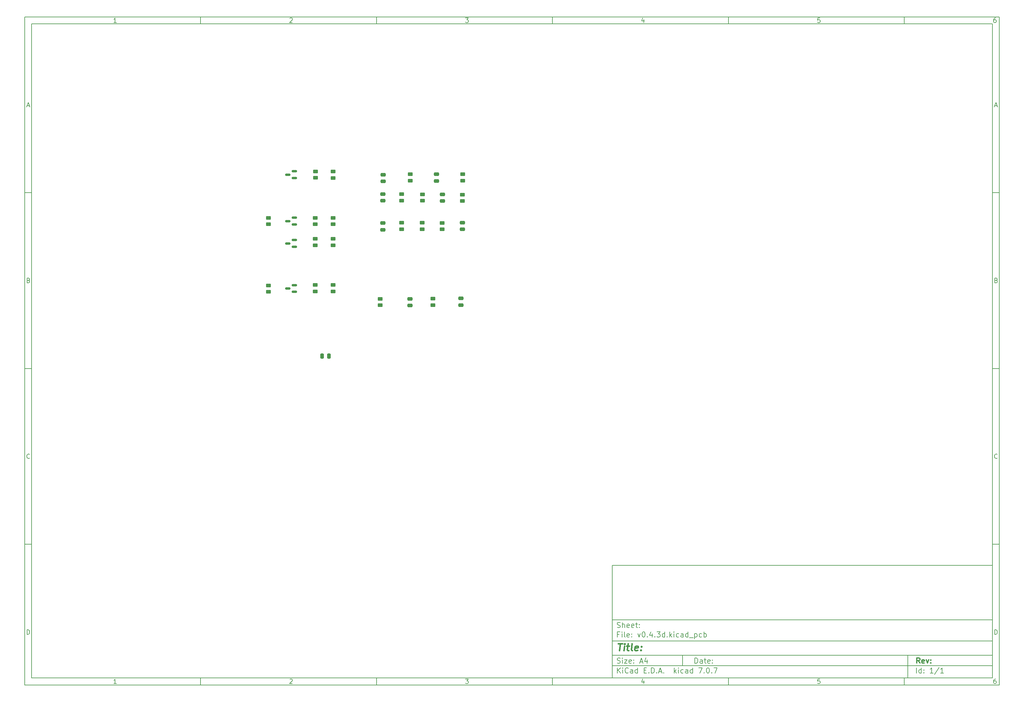
<source format=gbr>
%TF.GenerationSoftware,KiCad,Pcbnew,7.0.7*%
%TF.CreationDate,2024-10-02T11:43:54-03:00*%
%TF.ProjectId,v0.4.3d,76302e34-2e33-4642-9e6b-696361645f70,rev?*%
%TF.SameCoordinates,Original*%
%TF.FileFunction,Paste,Bot*%
%TF.FilePolarity,Positive*%
%FSLAX46Y46*%
G04 Gerber Fmt 4.6, Leading zero omitted, Abs format (unit mm)*
G04 Created by KiCad (PCBNEW 7.0.7) date 2024-10-02 11:43:54*
%MOMM*%
%LPD*%
G01*
G04 APERTURE LIST*
G04 Aperture macros list*
%AMRoundRect*
0 Rectangle with rounded corners*
0 $1 Rounding radius*
0 $2 $3 $4 $5 $6 $7 $8 $9 X,Y pos of 4 corners*
0 Add a 4 corners polygon primitive as box body*
4,1,4,$2,$3,$4,$5,$6,$7,$8,$9,$2,$3,0*
0 Add four circle primitives for the rounded corners*
1,1,$1+$1,$2,$3*
1,1,$1+$1,$4,$5*
1,1,$1+$1,$6,$7*
1,1,$1+$1,$8,$9*
0 Add four rect primitives between the rounded corners*
20,1,$1+$1,$2,$3,$4,$5,0*
20,1,$1+$1,$4,$5,$6,$7,0*
20,1,$1+$1,$6,$7,$8,$9,0*
20,1,$1+$1,$8,$9,$2,$3,0*%
G04 Aperture macros list end*
%ADD10C,0.100000*%
%ADD11C,0.150000*%
%ADD12C,0.300000*%
%ADD13C,0.400000*%
%ADD14RoundRect,0.250000X-0.450000X0.262500X-0.450000X-0.262500X0.450000X-0.262500X0.450000X0.262500X0*%
%ADD15RoundRect,0.250000X0.450000X-0.262500X0.450000X0.262500X-0.450000X0.262500X-0.450000X-0.262500X0*%
%ADD16RoundRect,0.150000X0.587500X0.150000X-0.587500X0.150000X-0.587500X-0.150000X0.587500X-0.150000X0*%
%ADD17RoundRect,0.250000X-0.475000X0.250000X-0.475000X-0.250000X0.475000X-0.250000X0.475000X0.250000X0*%
%ADD18RoundRect,0.250000X0.475000X-0.250000X0.475000X0.250000X-0.475000X0.250000X-0.475000X-0.250000X0*%
%ADD19RoundRect,0.250000X0.250000X0.475000X-0.250000X0.475000X-0.250000X-0.475000X0.250000X-0.475000X0*%
G04 APERTURE END LIST*
D10*
D11*
X177002200Y-166007200D02*
X285002200Y-166007200D01*
X285002200Y-198007200D01*
X177002200Y-198007200D01*
X177002200Y-166007200D01*
D10*
D11*
X10000000Y-10000000D02*
X287002200Y-10000000D01*
X287002200Y-200007200D01*
X10000000Y-200007200D01*
X10000000Y-10000000D01*
D10*
D11*
X12000000Y-12000000D02*
X285002200Y-12000000D01*
X285002200Y-198007200D01*
X12000000Y-198007200D01*
X12000000Y-12000000D01*
D10*
D11*
X60000000Y-12000000D02*
X60000000Y-10000000D01*
D10*
D11*
X110000000Y-12000000D02*
X110000000Y-10000000D01*
D10*
D11*
X160000000Y-12000000D02*
X160000000Y-10000000D01*
D10*
D11*
X210000000Y-12000000D02*
X210000000Y-10000000D01*
D10*
D11*
X260000000Y-12000000D02*
X260000000Y-10000000D01*
D10*
D11*
X36089160Y-11593604D02*
X35346303Y-11593604D01*
X35717731Y-11593604D02*
X35717731Y-10293604D01*
X35717731Y-10293604D02*
X35593922Y-10479319D01*
X35593922Y-10479319D02*
X35470112Y-10603128D01*
X35470112Y-10603128D02*
X35346303Y-10665033D01*
D10*
D11*
X85346303Y-10417414D02*
X85408207Y-10355509D01*
X85408207Y-10355509D02*
X85532017Y-10293604D01*
X85532017Y-10293604D02*
X85841541Y-10293604D01*
X85841541Y-10293604D02*
X85965350Y-10355509D01*
X85965350Y-10355509D02*
X86027255Y-10417414D01*
X86027255Y-10417414D02*
X86089160Y-10541223D01*
X86089160Y-10541223D02*
X86089160Y-10665033D01*
X86089160Y-10665033D02*
X86027255Y-10850747D01*
X86027255Y-10850747D02*
X85284398Y-11593604D01*
X85284398Y-11593604D02*
X86089160Y-11593604D01*
D10*
D11*
X135284398Y-10293604D02*
X136089160Y-10293604D01*
X136089160Y-10293604D02*
X135655826Y-10788842D01*
X135655826Y-10788842D02*
X135841541Y-10788842D01*
X135841541Y-10788842D02*
X135965350Y-10850747D01*
X135965350Y-10850747D02*
X136027255Y-10912652D01*
X136027255Y-10912652D02*
X136089160Y-11036461D01*
X136089160Y-11036461D02*
X136089160Y-11345985D01*
X136089160Y-11345985D02*
X136027255Y-11469795D01*
X136027255Y-11469795D02*
X135965350Y-11531700D01*
X135965350Y-11531700D02*
X135841541Y-11593604D01*
X135841541Y-11593604D02*
X135470112Y-11593604D01*
X135470112Y-11593604D02*
X135346303Y-11531700D01*
X135346303Y-11531700D02*
X135284398Y-11469795D01*
D10*
D11*
X185965350Y-10726938D02*
X185965350Y-11593604D01*
X185655826Y-10231700D02*
X185346303Y-11160271D01*
X185346303Y-11160271D02*
X186151064Y-11160271D01*
D10*
D11*
X236027255Y-10293604D02*
X235408207Y-10293604D01*
X235408207Y-10293604D02*
X235346303Y-10912652D01*
X235346303Y-10912652D02*
X235408207Y-10850747D01*
X235408207Y-10850747D02*
X235532017Y-10788842D01*
X235532017Y-10788842D02*
X235841541Y-10788842D01*
X235841541Y-10788842D02*
X235965350Y-10850747D01*
X235965350Y-10850747D02*
X236027255Y-10912652D01*
X236027255Y-10912652D02*
X236089160Y-11036461D01*
X236089160Y-11036461D02*
X236089160Y-11345985D01*
X236089160Y-11345985D02*
X236027255Y-11469795D01*
X236027255Y-11469795D02*
X235965350Y-11531700D01*
X235965350Y-11531700D02*
X235841541Y-11593604D01*
X235841541Y-11593604D02*
X235532017Y-11593604D01*
X235532017Y-11593604D02*
X235408207Y-11531700D01*
X235408207Y-11531700D02*
X235346303Y-11469795D01*
D10*
D11*
X285965350Y-10293604D02*
X285717731Y-10293604D01*
X285717731Y-10293604D02*
X285593922Y-10355509D01*
X285593922Y-10355509D02*
X285532017Y-10417414D01*
X285532017Y-10417414D02*
X285408207Y-10603128D01*
X285408207Y-10603128D02*
X285346303Y-10850747D01*
X285346303Y-10850747D02*
X285346303Y-11345985D01*
X285346303Y-11345985D02*
X285408207Y-11469795D01*
X285408207Y-11469795D02*
X285470112Y-11531700D01*
X285470112Y-11531700D02*
X285593922Y-11593604D01*
X285593922Y-11593604D02*
X285841541Y-11593604D01*
X285841541Y-11593604D02*
X285965350Y-11531700D01*
X285965350Y-11531700D02*
X286027255Y-11469795D01*
X286027255Y-11469795D02*
X286089160Y-11345985D01*
X286089160Y-11345985D02*
X286089160Y-11036461D01*
X286089160Y-11036461D02*
X286027255Y-10912652D01*
X286027255Y-10912652D02*
X285965350Y-10850747D01*
X285965350Y-10850747D02*
X285841541Y-10788842D01*
X285841541Y-10788842D02*
X285593922Y-10788842D01*
X285593922Y-10788842D02*
X285470112Y-10850747D01*
X285470112Y-10850747D02*
X285408207Y-10912652D01*
X285408207Y-10912652D02*
X285346303Y-11036461D01*
D10*
D11*
X60000000Y-198007200D02*
X60000000Y-200007200D01*
D10*
D11*
X110000000Y-198007200D02*
X110000000Y-200007200D01*
D10*
D11*
X160000000Y-198007200D02*
X160000000Y-200007200D01*
D10*
D11*
X210000000Y-198007200D02*
X210000000Y-200007200D01*
D10*
D11*
X260000000Y-198007200D02*
X260000000Y-200007200D01*
D10*
D11*
X36089160Y-199600804D02*
X35346303Y-199600804D01*
X35717731Y-199600804D02*
X35717731Y-198300804D01*
X35717731Y-198300804D02*
X35593922Y-198486519D01*
X35593922Y-198486519D02*
X35470112Y-198610328D01*
X35470112Y-198610328D02*
X35346303Y-198672233D01*
D10*
D11*
X85346303Y-198424614D02*
X85408207Y-198362709D01*
X85408207Y-198362709D02*
X85532017Y-198300804D01*
X85532017Y-198300804D02*
X85841541Y-198300804D01*
X85841541Y-198300804D02*
X85965350Y-198362709D01*
X85965350Y-198362709D02*
X86027255Y-198424614D01*
X86027255Y-198424614D02*
X86089160Y-198548423D01*
X86089160Y-198548423D02*
X86089160Y-198672233D01*
X86089160Y-198672233D02*
X86027255Y-198857947D01*
X86027255Y-198857947D02*
X85284398Y-199600804D01*
X85284398Y-199600804D02*
X86089160Y-199600804D01*
D10*
D11*
X135284398Y-198300804D02*
X136089160Y-198300804D01*
X136089160Y-198300804D02*
X135655826Y-198796042D01*
X135655826Y-198796042D02*
X135841541Y-198796042D01*
X135841541Y-198796042D02*
X135965350Y-198857947D01*
X135965350Y-198857947D02*
X136027255Y-198919852D01*
X136027255Y-198919852D02*
X136089160Y-199043661D01*
X136089160Y-199043661D02*
X136089160Y-199353185D01*
X136089160Y-199353185D02*
X136027255Y-199476995D01*
X136027255Y-199476995D02*
X135965350Y-199538900D01*
X135965350Y-199538900D02*
X135841541Y-199600804D01*
X135841541Y-199600804D02*
X135470112Y-199600804D01*
X135470112Y-199600804D02*
X135346303Y-199538900D01*
X135346303Y-199538900D02*
X135284398Y-199476995D01*
D10*
D11*
X185965350Y-198734138D02*
X185965350Y-199600804D01*
X185655826Y-198238900D02*
X185346303Y-199167471D01*
X185346303Y-199167471D02*
X186151064Y-199167471D01*
D10*
D11*
X236027255Y-198300804D02*
X235408207Y-198300804D01*
X235408207Y-198300804D02*
X235346303Y-198919852D01*
X235346303Y-198919852D02*
X235408207Y-198857947D01*
X235408207Y-198857947D02*
X235532017Y-198796042D01*
X235532017Y-198796042D02*
X235841541Y-198796042D01*
X235841541Y-198796042D02*
X235965350Y-198857947D01*
X235965350Y-198857947D02*
X236027255Y-198919852D01*
X236027255Y-198919852D02*
X236089160Y-199043661D01*
X236089160Y-199043661D02*
X236089160Y-199353185D01*
X236089160Y-199353185D02*
X236027255Y-199476995D01*
X236027255Y-199476995D02*
X235965350Y-199538900D01*
X235965350Y-199538900D02*
X235841541Y-199600804D01*
X235841541Y-199600804D02*
X235532017Y-199600804D01*
X235532017Y-199600804D02*
X235408207Y-199538900D01*
X235408207Y-199538900D02*
X235346303Y-199476995D01*
D10*
D11*
X285965350Y-198300804D02*
X285717731Y-198300804D01*
X285717731Y-198300804D02*
X285593922Y-198362709D01*
X285593922Y-198362709D02*
X285532017Y-198424614D01*
X285532017Y-198424614D02*
X285408207Y-198610328D01*
X285408207Y-198610328D02*
X285346303Y-198857947D01*
X285346303Y-198857947D02*
X285346303Y-199353185D01*
X285346303Y-199353185D02*
X285408207Y-199476995D01*
X285408207Y-199476995D02*
X285470112Y-199538900D01*
X285470112Y-199538900D02*
X285593922Y-199600804D01*
X285593922Y-199600804D02*
X285841541Y-199600804D01*
X285841541Y-199600804D02*
X285965350Y-199538900D01*
X285965350Y-199538900D02*
X286027255Y-199476995D01*
X286027255Y-199476995D02*
X286089160Y-199353185D01*
X286089160Y-199353185D02*
X286089160Y-199043661D01*
X286089160Y-199043661D02*
X286027255Y-198919852D01*
X286027255Y-198919852D02*
X285965350Y-198857947D01*
X285965350Y-198857947D02*
X285841541Y-198796042D01*
X285841541Y-198796042D02*
X285593922Y-198796042D01*
X285593922Y-198796042D02*
X285470112Y-198857947D01*
X285470112Y-198857947D02*
X285408207Y-198919852D01*
X285408207Y-198919852D02*
X285346303Y-199043661D01*
D10*
D11*
X10000000Y-60000000D02*
X12000000Y-60000000D01*
D10*
D11*
X10000000Y-110000000D02*
X12000000Y-110000000D01*
D10*
D11*
X10000000Y-160000000D02*
X12000000Y-160000000D01*
D10*
D11*
X10690476Y-35222176D02*
X11309523Y-35222176D01*
X10566666Y-35593604D02*
X10999999Y-34293604D01*
X10999999Y-34293604D02*
X11433333Y-35593604D01*
D10*
D11*
X11092857Y-84912652D02*
X11278571Y-84974557D01*
X11278571Y-84974557D02*
X11340476Y-85036461D01*
X11340476Y-85036461D02*
X11402380Y-85160271D01*
X11402380Y-85160271D02*
X11402380Y-85345985D01*
X11402380Y-85345985D02*
X11340476Y-85469795D01*
X11340476Y-85469795D02*
X11278571Y-85531700D01*
X11278571Y-85531700D02*
X11154761Y-85593604D01*
X11154761Y-85593604D02*
X10659523Y-85593604D01*
X10659523Y-85593604D02*
X10659523Y-84293604D01*
X10659523Y-84293604D02*
X11092857Y-84293604D01*
X11092857Y-84293604D02*
X11216666Y-84355509D01*
X11216666Y-84355509D02*
X11278571Y-84417414D01*
X11278571Y-84417414D02*
X11340476Y-84541223D01*
X11340476Y-84541223D02*
X11340476Y-84665033D01*
X11340476Y-84665033D02*
X11278571Y-84788842D01*
X11278571Y-84788842D02*
X11216666Y-84850747D01*
X11216666Y-84850747D02*
X11092857Y-84912652D01*
X11092857Y-84912652D02*
X10659523Y-84912652D01*
D10*
D11*
X11402380Y-135469795D02*
X11340476Y-135531700D01*
X11340476Y-135531700D02*
X11154761Y-135593604D01*
X11154761Y-135593604D02*
X11030952Y-135593604D01*
X11030952Y-135593604D02*
X10845238Y-135531700D01*
X10845238Y-135531700D02*
X10721428Y-135407890D01*
X10721428Y-135407890D02*
X10659523Y-135284080D01*
X10659523Y-135284080D02*
X10597619Y-135036461D01*
X10597619Y-135036461D02*
X10597619Y-134850747D01*
X10597619Y-134850747D02*
X10659523Y-134603128D01*
X10659523Y-134603128D02*
X10721428Y-134479319D01*
X10721428Y-134479319D02*
X10845238Y-134355509D01*
X10845238Y-134355509D02*
X11030952Y-134293604D01*
X11030952Y-134293604D02*
X11154761Y-134293604D01*
X11154761Y-134293604D02*
X11340476Y-134355509D01*
X11340476Y-134355509D02*
X11402380Y-134417414D01*
D10*
D11*
X10659523Y-185593604D02*
X10659523Y-184293604D01*
X10659523Y-184293604D02*
X10969047Y-184293604D01*
X10969047Y-184293604D02*
X11154761Y-184355509D01*
X11154761Y-184355509D02*
X11278571Y-184479319D01*
X11278571Y-184479319D02*
X11340476Y-184603128D01*
X11340476Y-184603128D02*
X11402380Y-184850747D01*
X11402380Y-184850747D02*
X11402380Y-185036461D01*
X11402380Y-185036461D02*
X11340476Y-185284080D01*
X11340476Y-185284080D02*
X11278571Y-185407890D01*
X11278571Y-185407890D02*
X11154761Y-185531700D01*
X11154761Y-185531700D02*
X10969047Y-185593604D01*
X10969047Y-185593604D02*
X10659523Y-185593604D01*
D10*
D11*
X287002200Y-60000000D02*
X285002200Y-60000000D01*
D10*
D11*
X287002200Y-110000000D02*
X285002200Y-110000000D01*
D10*
D11*
X287002200Y-160000000D02*
X285002200Y-160000000D01*
D10*
D11*
X285692676Y-35222176D02*
X286311723Y-35222176D01*
X285568866Y-35593604D02*
X286002199Y-34293604D01*
X286002199Y-34293604D02*
X286435533Y-35593604D01*
D10*
D11*
X286095057Y-84912652D02*
X286280771Y-84974557D01*
X286280771Y-84974557D02*
X286342676Y-85036461D01*
X286342676Y-85036461D02*
X286404580Y-85160271D01*
X286404580Y-85160271D02*
X286404580Y-85345985D01*
X286404580Y-85345985D02*
X286342676Y-85469795D01*
X286342676Y-85469795D02*
X286280771Y-85531700D01*
X286280771Y-85531700D02*
X286156961Y-85593604D01*
X286156961Y-85593604D02*
X285661723Y-85593604D01*
X285661723Y-85593604D02*
X285661723Y-84293604D01*
X285661723Y-84293604D02*
X286095057Y-84293604D01*
X286095057Y-84293604D02*
X286218866Y-84355509D01*
X286218866Y-84355509D02*
X286280771Y-84417414D01*
X286280771Y-84417414D02*
X286342676Y-84541223D01*
X286342676Y-84541223D02*
X286342676Y-84665033D01*
X286342676Y-84665033D02*
X286280771Y-84788842D01*
X286280771Y-84788842D02*
X286218866Y-84850747D01*
X286218866Y-84850747D02*
X286095057Y-84912652D01*
X286095057Y-84912652D02*
X285661723Y-84912652D01*
D10*
D11*
X286404580Y-135469795D02*
X286342676Y-135531700D01*
X286342676Y-135531700D02*
X286156961Y-135593604D01*
X286156961Y-135593604D02*
X286033152Y-135593604D01*
X286033152Y-135593604D02*
X285847438Y-135531700D01*
X285847438Y-135531700D02*
X285723628Y-135407890D01*
X285723628Y-135407890D02*
X285661723Y-135284080D01*
X285661723Y-135284080D02*
X285599819Y-135036461D01*
X285599819Y-135036461D02*
X285599819Y-134850747D01*
X285599819Y-134850747D02*
X285661723Y-134603128D01*
X285661723Y-134603128D02*
X285723628Y-134479319D01*
X285723628Y-134479319D02*
X285847438Y-134355509D01*
X285847438Y-134355509D02*
X286033152Y-134293604D01*
X286033152Y-134293604D02*
X286156961Y-134293604D01*
X286156961Y-134293604D02*
X286342676Y-134355509D01*
X286342676Y-134355509D02*
X286404580Y-134417414D01*
D10*
D11*
X285661723Y-185593604D02*
X285661723Y-184293604D01*
X285661723Y-184293604D02*
X285971247Y-184293604D01*
X285971247Y-184293604D02*
X286156961Y-184355509D01*
X286156961Y-184355509D02*
X286280771Y-184479319D01*
X286280771Y-184479319D02*
X286342676Y-184603128D01*
X286342676Y-184603128D02*
X286404580Y-184850747D01*
X286404580Y-184850747D02*
X286404580Y-185036461D01*
X286404580Y-185036461D02*
X286342676Y-185284080D01*
X286342676Y-185284080D02*
X286280771Y-185407890D01*
X286280771Y-185407890D02*
X286156961Y-185531700D01*
X286156961Y-185531700D02*
X285971247Y-185593604D01*
X285971247Y-185593604D02*
X285661723Y-185593604D01*
D10*
D11*
X200458026Y-193793328D02*
X200458026Y-192293328D01*
X200458026Y-192293328D02*
X200815169Y-192293328D01*
X200815169Y-192293328D02*
X201029455Y-192364757D01*
X201029455Y-192364757D02*
X201172312Y-192507614D01*
X201172312Y-192507614D02*
X201243741Y-192650471D01*
X201243741Y-192650471D02*
X201315169Y-192936185D01*
X201315169Y-192936185D02*
X201315169Y-193150471D01*
X201315169Y-193150471D02*
X201243741Y-193436185D01*
X201243741Y-193436185D02*
X201172312Y-193579042D01*
X201172312Y-193579042D02*
X201029455Y-193721900D01*
X201029455Y-193721900D02*
X200815169Y-193793328D01*
X200815169Y-193793328D02*
X200458026Y-193793328D01*
X202600884Y-193793328D02*
X202600884Y-193007614D01*
X202600884Y-193007614D02*
X202529455Y-192864757D01*
X202529455Y-192864757D02*
X202386598Y-192793328D01*
X202386598Y-192793328D02*
X202100884Y-192793328D01*
X202100884Y-192793328D02*
X201958026Y-192864757D01*
X202600884Y-193721900D02*
X202458026Y-193793328D01*
X202458026Y-193793328D02*
X202100884Y-193793328D01*
X202100884Y-193793328D02*
X201958026Y-193721900D01*
X201958026Y-193721900D02*
X201886598Y-193579042D01*
X201886598Y-193579042D02*
X201886598Y-193436185D01*
X201886598Y-193436185D02*
X201958026Y-193293328D01*
X201958026Y-193293328D02*
X202100884Y-193221900D01*
X202100884Y-193221900D02*
X202458026Y-193221900D01*
X202458026Y-193221900D02*
X202600884Y-193150471D01*
X203100884Y-192793328D02*
X203672312Y-192793328D01*
X203315169Y-192293328D02*
X203315169Y-193579042D01*
X203315169Y-193579042D02*
X203386598Y-193721900D01*
X203386598Y-193721900D02*
X203529455Y-193793328D01*
X203529455Y-193793328D02*
X203672312Y-193793328D01*
X204743741Y-193721900D02*
X204600884Y-193793328D01*
X204600884Y-193793328D02*
X204315170Y-193793328D01*
X204315170Y-193793328D02*
X204172312Y-193721900D01*
X204172312Y-193721900D02*
X204100884Y-193579042D01*
X204100884Y-193579042D02*
X204100884Y-193007614D01*
X204100884Y-193007614D02*
X204172312Y-192864757D01*
X204172312Y-192864757D02*
X204315170Y-192793328D01*
X204315170Y-192793328D02*
X204600884Y-192793328D01*
X204600884Y-192793328D02*
X204743741Y-192864757D01*
X204743741Y-192864757D02*
X204815170Y-193007614D01*
X204815170Y-193007614D02*
X204815170Y-193150471D01*
X204815170Y-193150471D02*
X204100884Y-193293328D01*
X205458026Y-193650471D02*
X205529455Y-193721900D01*
X205529455Y-193721900D02*
X205458026Y-193793328D01*
X205458026Y-193793328D02*
X205386598Y-193721900D01*
X205386598Y-193721900D02*
X205458026Y-193650471D01*
X205458026Y-193650471D02*
X205458026Y-193793328D01*
X205458026Y-192864757D02*
X205529455Y-192936185D01*
X205529455Y-192936185D02*
X205458026Y-193007614D01*
X205458026Y-193007614D02*
X205386598Y-192936185D01*
X205386598Y-192936185D02*
X205458026Y-192864757D01*
X205458026Y-192864757D02*
X205458026Y-193007614D01*
D10*
D11*
X177002200Y-194507200D02*
X285002200Y-194507200D01*
D10*
D11*
X178458026Y-196593328D02*
X178458026Y-195093328D01*
X179315169Y-196593328D02*
X178672312Y-195736185D01*
X179315169Y-195093328D02*
X178458026Y-195950471D01*
X179958026Y-196593328D02*
X179958026Y-195593328D01*
X179958026Y-195093328D02*
X179886598Y-195164757D01*
X179886598Y-195164757D02*
X179958026Y-195236185D01*
X179958026Y-195236185D02*
X180029455Y-195164757D01*
X180029455Y-195164757D02*
X179958026Y-195093328D01*
X179958026Y-195093328D02*
X179958026Y-195236185D01*
X181529455Y-196450471D02*
X181458027Y-196521900D01*
X181458027Y-196521900D02*
X181243741Y-196593328D01*
X181243741Y-196593328D02*
X181100884Y-196593328D01*
X181100884Y-196593328D02*
X180886598Y-196521900D01*
X180886598Y-196521900D02*
X180743741Y-196379042D01*
X180743741Y-196379042D02*
X180672312Y-196236185D01*
X180672312Y-196236185D02*
X180600884Y-195950471D01*
X180600884Y-195950471D02*
X180600884Y-195736185D01*
X180600884Y-195736185D02*
X180672312Y-195450471D01*
X180672312Y-195450471D02*
X180743741Y-195307614D01*
X180743741Y-195307614D02*
X180886598Y-195164757D01*
X180886598Y-195164757D02*
X181100884Y-195093328D01*
X181100884Y-195093328D02*
X181243741Y-195093328D01*
X181243741Y-195093328D02*
X181458027Y-195164757D01*
X181458027Y-195164757D02*
X181529455Y-195236185D01*
X182815170Y-196593328D02*
X182815170Y-195807614D01*
X182815170Y-195807614D02*
X182743741Y-195664757D01*
X182743741Y-195664757D02*
X182600884Y-195593328D01*
X182600884Y-195593328D02*
X182315170Y-195593328D01*
X182315170Y-195593328D02*
X182172312Y-195664757D01*
X182815170Y-196521900D02*
X182672312Y-196593328D01*
X182672312Y-196593328D02*
X182315170Y-196593328D01*
X182315170Y-196593328D02*
X182172312Y-196521900D01*
X182172312Y-196521900D02*
X182100884Y-196379042D01*
X182100884Y-196379042D02*
X182100884Y-196236185D01*
X182100884Y-196236185D02*
X182172312Y-196093328D01*
X182172312Y-196093328D02*
X182315170Y-196021900D01*
X182315170Y-196021900D02*
X182672312Y-196021900D01*
X182672312Y-196021900D02*
X182815170Y-195950471D01*
X184172313Y-196593328D02*
X184172313Y-195093328D01*
X184172313Y-196521900D02*
X184029455Y-196593328D01*
X184029455Y-196593328D02*
X183743741Y-196593328D01*
X183743741Y-196593328D02*
X183600884Y-196521900D01*
X183600884Y-196521900D02*
X183529455Y-196450471D01*
X183529455Y-196450471D02*
X183458027Y-196307614D01*
X183458027Y-196307614D02*
X183458027Y-195879042D01*
X183458027Y-195879042D02*
X183529455Y-195736185D01*
X183529455Y-195736185D02*
X183600884Y-195664757D01*
X183600884Y-195664757D02*
X183743741Y-195593328D01*
X183743741Y-195593328D02*
X184029455Y-195593328D01*
X184029455Y-195593328D02*
X184172313Y-195664757D01*
X186029455Y-195807614D02*
X186529455Y-195807614D01*
X186743741Y-196593328D02*
X186029455Y-196593328D01*
X186029455Y-196593328D02*
X186029455Y-195093328D01*
X186029455Y-195093328D02*
X186743741Y-195093328D01*
X187386598Y-196450471D02*
X187458027Y-196521900D01*
X187458027Y-196521900D02*
X187386598Y-196593328D01*
X187386598Y-196593328D02*
X187315170Y-196521900D01*
X187315170Y-196521900D02*
X187386598Y-196450471D01*
X187386598Y-196450471D02*
X187386598Y-196593328D01*
X188100884Y-196593328D02*
X188100884Y-195093328D01*
X188100884Y-195093328D02*
X188458027Y-195093328D01*
X188458027Y-195093328D02*
X188672313Y-195164757D01*
X188672313Y-195164757D02*
X188815170Y-195307614D01*
X188815170Y-195307614D02*
X188886599Y-195450471D01*
X188886599Y-195450471D02*
X188958027Y-195736185D01*
X188958027Y-195736185D02*
X188958027Y-195950471D01*
X188958027Y-195950471D02*
X188886599Y-196236185D01*
X188886599Y-196236185D02*
X188815170Y-196379042D01*
X188815170Y-196379042D02*
X188672313Y-196521900D01*
X188672313Y-196521900D02*
X188458027Y-196593328D01*
X188458027Y-196593328D02*
X188100884Y-196593328D01*
X189600884Y-196450471D02*
X189672313Y-196521900D01*
X189672313Y-196521900D02*
X189600884Y-196593328D01*
X189600884Y-196593328D02*
X189529456Y-196521900D01*
X189529456Y-196521900D02*
X189600884Y-196450471D01*
X189600884Y-196450471D02*
X189600884Y-196593328D01*
X190243742Y-196164757D02*
X190958028Y-196164757D01*
X190100885Y-196593328D02*
X190600885Y-195093328D01*
X190600885Y-195093328D02*
X191100885Y-196593328D01*
X191600884Y-196450471D02*
X191672313Y-196521900D01*
X191672313Y-196521900D02*
X191600884Y-196593328D01*
X191600884Y-196593328D02*
X191529456Y-196521900D01*
X191529456Y-196521900D02*
X191600884Y-196450471D01*
X191600884Y-196450471D02*
X191600884Y-196593328D01*
X194600884Y-196593328D02*
X194600884Y-195093328D01*
X194743742Y-196021900D02*
X195172313Y-196593328D01*
X195172313Y-195593328D02*
X194600884Y-196164757D01*
X195815170Y-196593328D02*
X195815170Y-195593328D01*
X195815170Y-195093328D02*
X195743742Y-195164757D01*
X195743742Y-195164757D02*
X195815170Y-195236185D01*
X195815170Y-195236185D02*
X195886599Y-195164757D01*
X195886599Y-195164757D02*
X195815170Y-195093328D01*
X195815170Y-195093328D02*
X195815170Y-195236185D01*
X197172314Y-196521900D02*
X197029456Y-196593328D01*
X197029456Y-196593328D02*
X196743742Y-196593328D01*
X196743742Y-196593328D02*
X196600885Y-196521900D01*
X196600885Y-196521900D02*
X196529456Y-196450471D01*
X196529456Y-196450471D02*
X196458028Y-196307614D01*
X196458028Y-196307614D02*
X196458028Y-195879042D01*
X196458028Y-195879042D02*
X196529456Y-195736185D01*
X196529456Y-195736185D02*
X196600885Y-195664757D01*
X196600885Y-195664757D02*
X196743742Y-195593328D01*
X196743742Y-195593328D02*
X197029456Y-195593328D01*
X197029456Y-195593328D02*
X197172314Y-195664757D01*
X198458028Y-196593328D02*
X198458028Y-195807614D01*
X198458028Y-195807614D02*
X198386599Y-195664757D01*
X198386599Y-195664757D02*
X198243742Y-195593328D01*
X198243742Y-195593328D02*
X197958028Y-195593328D01*
X197958028Y-195593328D02*
X197815170Y-195664757D01*
X198458028Y-196521900D02*
X198315170Y-196593328D01*
X198315170Y-196593328D02*
X197958028Y-196593328D01*
X197958028Y-196593328D02*
X197815170Y-196521900D01*
X197815170Y-196521900D02*
X197743742Y-196379042D01*
X197743742Y-196379042D02*
X197743742Y-196236185D01*
X197743742Y-196236185D02*
X197815170Y-196093328D01*
X197815170Y-196093328D02*
X197958028Y-196021900D01*
X197958028Y-196021900D02*
X198315170Y-196021900D01*
X198315170Y-196021900D02*
X198458028Y-195950471D01*
X199815171Y-196593328D02*
X199815171Y-195093328D01*
X199815171Y-196521900D02*
X199672313Y-196593328D01*
X199672313Y-196593328D02*
X199386599Y-196593328D01*
X199386599Y-196593328D02*
X199243742Y-196521900D01*
X199243742Y-196521900D02*
X199172313Y-196450471D01*
X199172313Y-196450471D02*
X199100885Y-196307614D01*
X199100885Y-196307614D02*
X199100885Y-195879042D01*
X199100885Y-195879042D02*
X199172313Y-195736185D01*
X199172313Y-195736185D02*
X199243742Y-195664757D01*
X199243742Y-195664757D02*
X199386599Y-195593328D01*
X199386599Y-195593328D02*
X199672313Y-195593328D01*
X199672313Y-195593328D02*
X199815171Y-195664757D01*
X201529456Y-195093328D02*
X202529456Y-195093328D01*
X202529456Y-195093328D02*
X201886599Y-196593328D01*
X203100884Y-196450471D02*
X203172313Y-196521900D01*
X203172313Y-196521900D02*
X203100884Y-196593328D01*
X203100884Y-196593328D02*
X203029456Y-196521900D01*
X203029456Y-196521900D02*
X203100884Y-196450471D01*
X203100884Y-196450471D02*
X203100884Y-196593328D01*
X204100885Y-195093328D02*
X204243742Y-195093328D01*
X204243742Y-195093328D02*
X204386599Y-195164757D01*
X204386599Y-195164757D02*
X204458028Y-195236185D01*
X204458028Y-195236185D02*
X204529456Y-195379042D01*
X204529456Y-195379042D02*
X204600885Y-195664757D01*
X204600885Y-195664757D02*
X204600885Y-196021900D01*
X204600885Y-196021900D02*
X204529456Y-196307614D01*
X204529456Y-196307614D02*
X204458028Y-196450471D01*
X204458028Y-196450471D02*
X204386599Y-196521900D01*
X204386599Y-196521900D02*
X204243742Y-196593328D01*
X204243742Y-196593328D02*
X204100885Y-196593328D01*
X204100885Y-196593328D02*
X203958028Y-196521900D01*
X203958028Y-196521900D02*
X203886599Y-196450471D01*
X203886599Y-196450471D02*
X203815170Y-196307614D01*
X203815170Y-196307614D02*
X203743742Y-196021900D01*
X203743742Y-196021900D02*
X203743742Y-195664757D01*
X203743742Y-195664757D02*
X203815170Y-195379042D01*
X203815170Y-195379042D02*
X203886599Y-195236185D01*
X203886599Y-195236185D02*
X203958028Y-195164757D01*
X203958028Y-195164757D02*
X204100885Y-195093328D01*
X205243741Y-196450471D02*
X205315170Y-196521900D01*
X205315170Y-196521900D02*
X205243741Y-196593328D01*
X205243741Y-196593328D02*
X205172313Y-196521900D01*
X205172313Y-196521900D02*
X205243741Y-196450471D01*
X205243741Y-196450471D02*
X205243741Y-196593328D01*
X205815170Y-195093328D02*
X206815170Y-195093328D01*
X206815170Y-195093328D02*
X206172313Y-196593328D01*
D10*
D11*
X177002200Y-191507200D02*
X285002200Y-191507200D01*
D10*
D12*
X264413853Y-193785528D02*
X263913853Y-193071242D01*
X263556710Y-193785528D02*
X263556710Y-192285528D01*
X263556710Y-192285528D02*
X264128139Y-192285528D01*
X264128139Y-192285528D02*
X264270996Y-192356957D01*
X264270996Y-192356957D02*
X264342425Y-192428385D01*
X264342425Y-192428385D02*
X264413853Y-192571242D01*
X264413853Y-192571242D02*
X264413853Y-192785528D01*
X264413853Y-192785528D02*
X264342425Y-192928385D01*
X264342425Y-192928385D02*
X264270996Y-192999814D01*
X264270996Y-192999814D02*
X264128139Y-193071242D01*
X264128139Y-193071242D02*
X263556710Y-193071242D01*
X265628139Y-193714100D02*
X265485282Y-193785528D01*
X265485282Y-193785528D02*
X265199568Y-193785528D01*
X265199568Y-193785528D02*
X265056710Y-193714100D01*
X265056710Y-193714100D02*
X264985282Y-193571242D01*
X264985282Y-193571242D02*
X264985282Y-192999814D01*
X264985282Y-192999814D02*
X265056710Y-192856957D01*
X265056710Y-192856957D02*
X265199568Y-192785528D01*
X265199568Y-192785528D02*
X265485282Y-192785528D01*
X265485282Y-192785528D02*
X265628139Y-192856957D01*
X265628139Y-192856957D02*
X265699568Y-192999814D01*
X265699568Y-192999814D02*
X265699568Y-193142671D01*
X265699568Y-193142671D02*
X264985282Y-193285528D01*
X266199567Y-192785528D02*
X266556710Y-193785528D01*
X266556710Y-193785528D02*
X266913853Y-192785528D01*
X267485281Y-193642671D02*
X267556710Y-193714100D01*
X267556710Y-193714100D02*
X267485281Y-193785528D01*
X267485281Y-193785528D02*
X267413853Y-193714100D01*
X267413853Y-193714100D02*
X267485281Y-193642671D01*
X267485281Y-193642671D02*
X267485281Y-193785528D01*
X267485281Y-192856957D02*
X267556710Y-192928385D01*
X267556710Y-192928385D02*
X267485281Y-192999814D01*
X267485281Y-192999814D02*
X267413853Y-192928385D01*
X267413853Y-192928385D02*
X267485281Y-192856957D01*
X267485281Y-192856957D02*
X267485281Y-192999814D01*
D10*
D11*
X178386598Y-193721900D02*
X178600884Y-193793328D01*
X178600884Y-193793328D02*
X178958026Y-193793328D01*
X178958026Y-193793328D02*
X179100884Y-193721900D01*
X179100884Y-193721900D02*
X179172312Y-193650471D01*
X179172312Y-193650471D02*
X179243741Y-193507614D01*
X179243741Y-193507614D02*
X179243741Y-193364757D01*
X179243741Y-193364757D02*
X179172312Y-193221900D01*
X179172312Y-193221900D02*
X179100884Y-193150471D01*
X179100884Y-193150471D02*
X178958026Y-193079042D01*
X178958026Y-193079042D02*
X178672312Y-193007614D01*
X178672312Y-193007614D02*
X178529455Y-192936185D01*
X178529455Y-192936185D02*
X178458026Y-192864757D01*
X178458026Y-192864757D02*
X178386598Y-192721900D01*
X178386598Y-192721900D02*
X178386598Y-192579042D01*
X178386598Y-192579042D02*
X178458026Y-192436185D01*
X178458026Y-192436185D02*
X178529455Y-192364757D01*
X178529455Y-192364757D02*
X178672312Y-192293328D01*
X178672312Y-192293328D02*
X179029455Y-192293328D01*
X179029455Y-192293328D02*
X179243741Y-192364757D01*
X179886597Y-193793328D02*
X179886597Y-192793328D01*
X179886597Y-192293328D02*
X179815169Y-192364757D01*
X179815169Y-192364757D02*
X179886597Y-192436185D01*
X179886597Y-192436185D02*
X179958026Y-192364757D01*
X179958026Y-192364757D02*
X179886597Y-192293328D01*
X179886597Y-192293328D02*
X179886597Y-192436185D01*
X180458026Y-192793328D02*
X181243741Y-192793328D01*
X181243741Y-192793328D02*
X180458026Y-193793328D01*
X180458026Y-193793328D02*
X181243741Y-193793328D01*
X182386598Y-193721900D02*
X182243741Y-193793328D01*
X182243741Y-193793328D02*
X181958027Y-193793328D01*
X181958027Y-193793328D02*
X181815169Y-193721900D01*
X181815169Y-193721900D02*
X181743741Y-193579042D01*
X181743741Y-193579042D02*
X181743741Y-193007614D01*
X181743741Y-193007614D02*
X181815169Y-192864757D01*
X181815169Y-192864757D02*
X181958027Y-192793328D01*
X181958027Y-192793328D02*
X182243741Y-192793328D01*
X182243741Y-192793328D02*
X182386598Y-192864757D01*
X182386598Y-192864757D02*
X182458027Y-193007614D01*
X182458027Y-193007614D02*
X182458027Y-193150471D01*
X182458027Y-193150471D02*
X181743741Y-193293328D01*
X183100883Y-193650471D02*
X183172312Y-193721900D01*
X183172312Y-193721900D02*
X183100883Y-193793328D01*
X183100883Y-193793328D02*
X183029455Y-193721900D01*
X183029455Y-193721900D02*
X183100883Y-193650471D01*
X183100883Y-193650471D02*
X183100883Y-193793328D01*
X183100883Y-192864757D02*
X183172312Y-192936185D01*
X183172312Y-192936185D02*
X183100883Y-193007614D01*
X183100883Y-193007614D02*
X183029455Y-192936185D01*
X183029455Y-192936185D02*
X183100883Y-192864757D01*
X183100883Y-192864757D02*
X183100883Y-193007614D01*
X184886598Y-193364757D02*
X185600884Y-193364757D01*
X184743741Y-193793328D02*
X185243741Y-192293328D01*
X185243741Y-192293328D02*
X185743741Y-193793328D01*
X186886598Y-192793328D02*
X186886598Y-193793328D01*
X186529455Y-192221900D02*
X186172312Y-193293328D01*
X186172312Y-193293328D02*
X187100883Y-193293328D01*
D10*
D11*
X263458026Y-196593328D02*
X263458026Y-195093328D01*
X264815170Y-196593328D02*
X264815170Y-195093328D01*
X264815170Y-196521900D02*
X264672312Y-196593328D01*
X264672312Y-196593328D02*
X264386598Y-196593328D01*
X264386598Y-196593328D02*
X264243741Y-196521900D01*
X264243741Y-196521900D02*
X264172312Y-196450471D01*
X264172312Y-196450471D02*
X264100884Y-196307614D01*
X264100884Y-196307614D02*
X264100884Y-195879042D01*
X264100884Y-195879042D02*
X264172312Y-195736185D01*
X264172312Y-195736185D02*
X264243741Y-195664757D01*
X264243741Y-195664757D02*
X264386598Y-195593328D01*
X264386598Y-195593328D02*
X264672312Y-195593328D01*
X264672312Y-195593328D02*
X264815170Y-195664757D01*
X265529455Y-196450471D02*
X265600884Y-196521900D01*
X265600884Y-196521900D02*
X265529455Y-196593328D01*
X265529455Y-196593328D02*
X265458027Y-196521900D01*
X265458027Y-196521900D02*
X265529455Y-196450471D01*
X265529455Y-196450471D02*
X265529455Y-196593328D01*
X265529455Y-195664757D02*
X265600884Y-195736185D01*
X265600884Y-195736185D02*
X265529455Y-195807614D01*
X265529455Y-195807614D02*
X265458027Y-195736185D01*
X265458027Y-195736185D02*
X265529455Y-195664757D01*
X265529455Y-195664757D02*
X265529455Y-195807614D01*
X268172313Y-196593328D02*
X267315170Y-196593328D01*
X267743741Y-196593328D02*
X267743741Y-195093328D01*
X267743741Y-195093328D02*
X267600884Y-195307614D01*
X267600884Y-195307614D02*
X267458027Y-195450471D01*
X267458027Y-195450471D02*
X267315170Y-195521900D01*
X269886598Y-195021900D02*
X268600884Y-196950471D01*
X271172313Y-196593328D02*
X270315170Y-196593328D01*
X270743741Y-196593328D02*
X270743741Y-195093328D01*
X270743741Y-195093328D02*
X270600884Y-195307614D01*
X270600884Y-195307614D02*
X270458027Y-195450471D01*
X270458027Y-195450471D02*
X270315170Y-195521900D01*
D10*
D11*
X177002200Y-187507200D02*
X285002200Y-187507200D01*
D10*
D13*
X178693928Y-188211638D02*
X179836785Y-188211638D01*
X179015357Y-190211638D02*
X179265357Y-188211638D01*
X180253452Y-190211638D02*
X180420119Y-188878304D01*
X180503452Y-188211638D02*
X180396309Y-188306876D01*
X180396309Y-188306876D02*
X180479643Y-188402114D01*
X180479643Y-188402114D02*
X180586786Y-188306876D01*
X180586786Y-188306876D02*
X180503452Y-188211638D01*
X180503452Y-188211638D02*
X180479643Y-188402114D01*
X181086786Y-188878304D02*
X181848690Y-188878304D01*
X181455833Y-188211638D02*
X181241548Y-189925923D01*
X181241548Y-189925923D02*
X181312976Y-190116400D01*
X181312976Y-190116400D02*
X181491548Y-190211638D01*
X181491548Y-190211638D02*
X181682024Y-190211638D01*
X182634405Y-190211638D02*
X182455833Y-190116400D01*
X182455833Y-190116400D02*
X182384405Y-189925923D01*
X182384405Y-189925923D02*
X182598690Y-188211638D01*
X184170119Y-190116400D02*
X183967738Y-190211638D01*
X183967738Y-190211638D02*
X183586785Y-190211638D01*
X183586785Y-190211638D02*
X183408214Y-190116400D01*
X183408214Y-190116400D02*
X183336785Y-189925923D01*
X183336785Y-189925923D02*
X183432024Y-189164019D01*
X183432024Y-189164019D02*
X183551071Y-188973542D01*
X183551071Y-188973542D02*
X183753452Y-188878304D01*
X183753452Y-188878304D02*
X184134404Y-188878304D01*
X184134404Y-188878304D02*
X184312976Y-188973542D01*
X184312976Y-188973542D02*
X184384404Y-189164019D01*
X184384404Y-189164019D02*
X184360595Y-189354495D01*
X184360595Y-189354495D02*
X183384404Y-189544971D01*
X185134405Y-190021161D02*
X185217738Y-190116400D01*
X185217738Y-190116400D02*
X185110595Y-190211638D01*
X185110595Y-190211638D02*
X185027262Y-190116400D01*
X185027262Y-190116400D02*
X185134405Y-190021161D01*
X185134405Y-190021161D02*
X185110595Y-190211638D01*
X185265357Y-188973542D02*
X185348690Y-189068780D01*
X185348690Y-189068780D02*
X185241548Y-189164019D01*
X185241548Y-189164019D02*
X185158214Y-189068780D01*
X185158214Y-189068780D02*
X185265357Y-188973542D01*
X185265357Y-188973542D02*
X185241548Y-189164019D01*
D10*
D11*
X178958026Y-185607614D02*
X178458026Y-185607614D01*
X178458026Y-186393328D02*
X178458026Y-184893328D01*
X178458026Y-184893328D02*
X179172312Y-184893328D01*
X179743740Y-186393328D02*
X179743740Y-185393328D01*
X179743740Y-184893328D02*
X179672312Y-184964757D01*
X179672312Y-184964757D02*
X179743740Y-185036185D01*
X179743740Y-185036185D02*
X179815169Y-184964757D01*
X179815169Y-184964757D02*
X179743740Y-184893328D01*
X179743740Y-184893328D02*
X179743740Y-185036185D01*
X180672312Y-186393328D02*
X180529455Y-186321900D01*
X180529455Y-186321900D02*
X180458026Y-186179042D01*
X180458026Y-186179042D02*
X180458026Y-184893328D01*
X181815169Y-186321900D02*
X181672312Y-186393328D01*
X181672312Y-186393328D02*
X181386598Y-186393328D01*
X181386598Y-186393328D02*
X181243740Y-186321900D01*
X181243740Y-186321900D02*
X181172312Y-186179042D01*
X181172312Y-186179042D02*
X181172312Y-185607614D01*
X181172312Y-185607614D02*
X181243740Y-185464757D01*
X181243740Y-185464757D02*
X181386598Y-185393328D01*
X181386598Y-185393328D02*
X181672312Y-185393328D01*
X181672312Y-185393328D02*
X181815169Y-185464757D01*
X181815169Y-185464757D02*
X181886598Y-185607614D01*
X181886598Y-185607614D02*
X181886598Y-185750471D01*
X181886598Y-185750471D02*
X181172312Y-185893328D01*
X182529454Y-186250471D02*
X182600883Y-186321900D01*
X182600883Y-186321900D02*
X182529454Y-186393328D01*
X182529454Y-186393328D02*
X182458026Y-186321900D01*
X182458026Y-186321900D02*
X182529454Y-186250471D01*
X182529454Y-186250471D02*
X182529454Y-186393328D01*
X182529454Y-185464757D02*
X182600883Y-185536185D01*
X182600883Y-185536185D02*
X182529454Y-185607614D01*
X182529454Y-185607614D02*
X182458026Y-185536185D01*
X182458026Y-185536185D02*
X182529454Y-185464757D01*
X182529454Y-185464757D02*
X182529454Y-185607614D01*
X184243740Y-185393328D02*
X184600883Y-186393328D01*
X184600883Y-186393328D02*
X184958026Y-185393328D01*
X185815169Y-184893328D02*
X185958026Y-184893328D01*
X185958026Y-184893328D02*
X186100883Y-184964757D01*
X186100883Y-184964757D02*
X186172312Y-185036185D01*
X186172312Y-185036185D02*
X186243740Y-185179042D01*
X186243740Y-185179042D02*
X186315169Y-185464757D01*
X186315169Y-185464757D02*
X186315169Y-185821900D01*
X186315169Y-185821900D02*
X186243740Y-186107614D01*
X186243740Y-186107614D02*
X186172312Y-186250471D01*
X186172312Y-186250471D02*
X186100883Y-186321900D01*
X186100883Y-186321900D02*
X185958026Y-186393328D01*
X185958026Y-186393328D02*
X185815169Y-186393328D01*
X185815169Y-186393328D02*
X185672312Y-186321900D01*
X185672312Y-186321900D02*
X185600883Y-186250471D01*
X185600883Y-186250471D02*
X185529454Y-186107614D01*
X185529454Y-186107614D02*
X185458026Y-185821900D01*
X185458026Y-185821900D02*
X185458026Y-185464757D01*
X185458026Y-185464757D02*
X185529454Y-185179042D01*
X185529454Y-185179042D02*
X185600883Y-185036185D01*
X185600883Y-185036185D02*
X185672312Y-184964757D01*
X185672312Y-184964757D02*
X185815169Y-184893328D01*
X186958025Y-186250471D02*
X187029454Y-186321900D01*
X187029454Y-186321900D02*
X186958025Y-186393328D01*
X186958025Y-186393328D02*
X186886597Y-186321900D01*
X186886597Y-186321900D02*
X186958025Y-186250471D01*
X186958025Y-186250471D02*
X186958025Y-186393328D01*
X188315169Y-185393328D02*
X188315169Y-186393328D01*
X187958026Y-184821900D02*
X187600883Y-185893328D01*
X187600883Y-185893328D02*
X188529454Y-185893328D01*
X189100882Y-186250471D02*
X189172311Y-186321900D01*
X189172311Y-186321900D02*
X189100882Y-186393328D01*
X189100882Y-186393328D02*
X189029454Y-186321900D01*
X189029454Y-186321900D02*
X189100882Y-186250471D01*
X189100882Y-186250471D02*
X189100882Y-186393328D01*
X189672311Y-184893328D02*
X190600883Y-184893328D01*
X190600883Y-184893328D02*
X190100883Y-185464757D01*
X190100883Y-185464757D02*
X190315168Y-185464757D01*
X190315168Y-185464757D02*
X190458026Y-185536185D01*
X190458026Y-185536185D02*
X190529454Y-185607614D01*
X190529454Y-185607614D02*
X190600883Y-185750471D01*
X190600883Y-185750471D02*
X190600883Y-186107614D01*
X190600883Y-186107614D02*
X190529454Y-186250471D01*
X190529454Y-186250471D02*
X190458026Y-186321900D01*
X190458026Y-186321900D02*
X190315168Y-186393328D01*
X190315168Y-186393328D02*
X189886597Y-186393328D01*
X189886597Y-186393328D02*
X189743740Y-186321900D01*
X189743740Y-186321900D02*
X189672311Y-186250471D01*
X191886597Y-186393328D02*
X191886597Y-184893328D01*
X191886597Y-186321900D02*
X191743739Y-186393328D01*
X191743739Y-186393328D02*
X191458025Y-186393328D01*
X191458025Y-186393328D02*
X191315168Y-186321900D01*
X191315168Y-186321900D02*
X191243739Y-186250471D01*
X191243739Y-186250471D02*
X191172311Y-186107614D01*
X191172311Y-186107614D02*
X191172311Y-185679042D01*
X191172311Y-185679042D02*
X191243739Y-185536185D01*
X191243739Y-185536185D02*
X191315168Y-185464757D01*
X191315168Y-185464757D02*
X191458025Y-185393328D01*
X191458025Y-185393328D02*
X191743739Y-185393328D01*
X191743739Y-185393328D02*
X191886597Y-185464757D01*
X192600882Y-186250471D02*
X192672311Y-186321900D01*
X192672311Y-186321900D02*
X192600882Y-186393328D01*
X192600882Y-186393328D02*
X192529454Y-186321900D01*
X192529454Y-186321900D02*
X192600882Y-186250471D01*
X192600882Y-186250471D02*
X192600882Y-186393328D01*
X193315168Y-186393328D02*
X193315168Y-184893328D01*
X193458026Y-185821900D02*
X193886597Y-186393328D01*
X193886597Y-185393328D02*
X193315168Y-185964757D01*
X194529454Y-186393328D02*
X194529454Y-185393328D01*
X194529454Y-184893328D02*
X194458026Y-184964757D01*
X194458026Y-184964757D02*
X194529454Y-185036185D01*
X194529454Y-185036185D02*
X194600883Y-184964757D01*
X194600883Y-184964757D02*
X194529454Y-184893328D01*
X194529454Y-184893328D02*
X194529454Y-185036185D01*
X195886598Y-186321900D02*
X195743740Y-186393328D01*
X195743740Y-186393328D02*
X195458026Y-186393328D01*
X195458026Y-186393328D02*
X195315169Y-186321900D01*
X195315169Y-186321900D02*
X195243740Y-186250471D01*
X195243740Y-186250471D02*
X195172312Y-186107614D01*
X195172312Y-186107614D02*
X195172312Y-185679042D01*
X195172312Y-185679042D02*
X195243740Y-185536185D01*
X195243740Y-185536185D02*
X195315169Y-185464757D01*
X195315169Y-185464757D02*
X195458026Y-185393328D01*
X195458026Y-185393328D02*
X195743740Y-185393328D01*
X195743740Y-185393328D02*
X195886598Y-185464757D01*
X197172312Y-186393328D02*
X197172312Y-185607614D01*
X197172312Y-185607614D02*
X197100883Y-185464757D01*
X197100883Y-185464757D02*
X196958026Y-185393328D01*
X196958026Y-185393328D02*
X196672312Y-185393328D01*
X196672312Y-185393328D02*
X196529454Y-185464757D01*
X197172312Y-186321900D02*
X197029454Y-186393328D01*
X197029454Y-186393328D02*
X196672312Y-186393328D01*
X196672312Y-186393328D02*
X196529454Y-186321900D01*
X196529454Y-186321900D02*
X196458026Y-186179042D01*
X196458026Y-186179042D02*
X196458026Y-186036185D01*
X196458026Y-186036185D02*
X196529454Y-185893328D01*
X196529454Y-185893328D02*
X196672312Y-185821900D01*
X196672312Y-185821900D02*
X197029454Y-185821900D01*
X197029454Y-185821900D02*
X197172312Y-185750471D01*
X198529455Y-186393328D02*
X198529455Y-184893328D01*
X198529455Y-186321900D02*
X198386597Y-186393328D01*
X198386597Y-186393328D02*
X198100883Y-186393328D01*
X198100883Y-186393328D02*
X197958026Y-186321900D01*
X197958026Y-186321900D02*
X197886597Y-186250471D01*
X197886597Y-186250471D02*
X197815169Y-186107614D01*
X197815169Y-186107614D02*
X197815169Y-185679042D01*
X197815169Y-185679042D02*
X197886597Y-185536185D01*
X197886597Y-185536185D02*
X197958026Y-185464757D01*
X197958026Y-185464757D02*
X198100883Y-185393328D01*
X198100883Y-185393328D02*
X198386597Y-185393328D01*
X198386597Y-185393328D02*
X198529455Y-185464757D01*
X198886598Y-186536185D02*
X200029455Y-186536185D01*
X200386597Y-185393328D02*
X200386597Y-186893328D01*
X200386597Y-185464757D02*
X200529455Y-185393328D01*
X200529455Y-185393328D02*
X200815169Y-185393328D01*
X200815169Y-185393328D02*
X200958026Y-185464757D01*
X200958026Y-185464757D02*
X201029455Y-185536185D01*
X201029455Y-185536185D02*
X201100883Y-185679042D01*
X201100883Y-185679042D02*
X201100883Y-186107614D01*
X201100883Y-186107614D02*
X201029455Y-186250471D01*
X201029455Y-186250471D02*
X200958026Y-186321900D01*
X200958026Y-186321900D02*
X200815169Y-186393328D01*
X200815169Y-186393328D02*
X200529455Y-186393328D01*
X200529455Y-186393328D02*
X200386597Y-186321900D01*
X202386598Y-186321900D02*
X202243740Y-186393328D01*
X202243740Y-186393328D02*
X201958026Y-186393328D01*
X201958026Y-186393328D02*
X201815169Y-186321900D01*
X201815169Y-186321900D02*
X201743740Y-186250471D01*
X201743740Y-186250471D02*
X201672312Y-186107614D01*
X201672312Y-186107614D02*
X201672312Y-185679042D01*
X201672312Y-185679042D02*
X201743740Y-185536185D01*
X201743740Y-185536185D02*
X201815169Y-185464757D01*
X201815169Y-185464757D02*
X201958026Y-185393328D01*
X201958026Y-185393328D02*
X202243740Y-185393328D01*
X202243740Y-185393328D02*
X202386598Y-185464757D01*
X203029454Y-186393328D02*
X203029454Y-184893328D01*
X203029454Y-185464757D02*
X203172312Y-185393328D01*
X203172312Y-185393328D02*
X203458026Y-185393328D01*
X203458026Y-185393328D02*
X203600883Y-185464757D01*
X203600883Y-185464757D02*
X203672312Y-185536185D01*
X203672312Y-185536185D02*
X203743740Y-185679042D01*
X203743740Y-185679042D02*
X203743740Y-186107614D01*
X203743740Y-186107614D02*
X203672312Y-186250471D01*
X203672312Y-186250471D02*
X203600883Y-186321900D01*
X203600883Y-186321900D02*
X203458026Y-186393328D01*
X203458026Y-186393328D02*
X203172312Y-186393328D01*
X203172312Y-186393328D02*
X203029454Y-186321900D01*
D10*
D11*
X177002200Y-181507200D02*
X285002200Y-181507200D01*
D10*
D11*
X178386598Y-183621900D02*
X178600884Y-183693328D01*
X178600884Y-183693328D02*
X178958026Y-183693328D01*
X178958026Y-183693328D02*
X179100884Y-183621900D01*
X179100884Y-183621900D02*
X179172312Y-183550471D01*
X179172312Y-183550471D02*
X179243741Y-183407614D01*
X179243741Y-183407614D02*
X179243741Y-183264757D01*
X179243741Y-183264757D02*
X179172312Y-183121900D01*
X179172312Y-183121900D02*
X179100884Y-183050471D01*
X179100884Y-183050471D02*
X178958026Y-182979042D01*
X178958026Y-182979042D02*
X178672312Y-182907614D01*
X178672312Y-182907614D02*
X178529455Y-182836185D01*
X178529455Y-182836185D02*
X178458026Y-182764757D01*
X178458026Y-182764757D02*
X178386598Y-182621900D01*
X178386598Y-182621900D02*
X178386598Y-182479042D01*
X178386598Y-182479042D02*
X178458026Y-182336185D01*
X178458026Y-182336185D02*
X178529455Y-182264757D01*
X178529455Y-182264757D02*
X178672312Y-182193328D01*
X178672312Y-182193328D02*
X179029455Y-182193328D01*
X179029455Y-182193328D02*
X179243741Y-182264757D01*
X179886597Y-183693328D02*
X179886597Y-182193328D01*
X180529455Y-183693328D02*
X180529455Y-182907614D01*
X180529455Y-182907614D02*
X180458026Y-182764757D01*
X180458026Y-182764757D02*
X180315169Y-182693328D01*
X180315169Y-182693328D02*
X180100883Y-182693328D01*
X180100883Y-182693328D02*
X179958026Y-182764757D01*
X179958026Y-182764757D02*
X179886597Y-182836185D01*
X181815169Y-183621900D02*
X181672312Y-183693328D01*
X181672312Y-183693328D02*
X181386598Y-183693328D01*
X181386598Y-183693328D02*
X181243740Y-183621900D01*
X181243740Y-183621900D02*
X181172312Y-183479042D01*
X181172312Y-183479042D02*
X181172312Y-182907614D01*
X181172312Y-182907614D02*
X181243740Y-182764757D01*
X181243740Y-182764757D02*
X181386598Y-182693328D01*
X181386598Y-182693328D02*
X181672312Y-182693328D01*
X181672312Y-182693328D02*
X181815169Y-182764757D01*
X181815169Y-182764757D02*
X181886598Y-182907614D01*
X181886598Y-182907614D02*
X181886598Y-183050471D01*
X181886598Y-183050471D02*
X181172312Y-183193328D01*
X183100883Y-183621900D02*
X182958026Y-183693328D01*
X182958026Y-183693328D02*
X182672312Y-183693328D01*
X182672312Y-183693328D02*
X182529454Y-183621900D01*
X182529454Y-183621900D02*
X182458026Y-183479042D01*
X182458026Y-183479042D02*
X182458026Y-182907614D01*
X182458026Y-182907614D02*
X182529454Y-182764757D01*
X182529454Y-182764757D02*
X182672312Y-182693328D01*
X182672312Y-182693328D02*
X182958026Y-182693328D01*
X182958026Y-182693328D02*
X183100883Y-182764757D01*
X183100883Y-182764757D02*
X183172312Y-182907614D01*
X183172312Y-182907614D02*
X183172312Y-183050471D01*
X183172312Y-183050471D02*
X182458026Y-183193328D01*
X183600883Y-182693328D02*
X184172311Y-182693328D01*
X183815168Y-182193328D02*
X183815168Y-183479042D01*
X183815168Y-183479042D02*
X183886597Y-183621900D01*
X183886597Y-183621900D02*
X184029454Y-183693328D01*
X184029454Y-183693328D02*
X184172311Y-183693328D01*
X184672311Y-183550471D02*
X184743740Y-183621900D01*
X184743740Y-183621900D02*
X184672311Y-183693328D01*
X184672311Y-183693328D02*
X184600883Y-183621900D01*
X184600883Y-183621900D02*
X184672311Y-183550471D01*
X184672311Y-183550471D02*
X184672311Y-183693328D01*
X184672311Y-182764757D02*
X184743740Y-182836185D01*
X184743740Y-182836185D02*
X184672311Y-182907614D01*
X184672311Y-182907614D02*
X184600883Y-182836185D01*
X184600883Y-182836185D02*
X184672311Y-182764757D01*
X184672311Y-182764757D02*
X184672311Y-182907614D01*
D10*
D12*
D10*
D11*
D10*
D11*
D10*
D11*
D10*
D11*
D10*
D11*
X197002200Y-191507200D02*
X197002200Y-194507200D01*
D10*
D11*
X261002200Y-191507200D02*
X261002200Y-198007200D01*
D14*
%TO.C,R44*%
X79248000Y-67159500D03*
X79248000Y-68984500D03*
%TD*%
D15*
%TO.C,R28*%
X79248000Y-88185000D03*
X79248000Y-86360000D03*
%TD*%
D16*
%TO.C,Q4*%
X86662500Y-53914000D03*
X86662500Y-55814000D03*
X84787500Y-54864000D03*
%TD*%
D15*
%TO.C,R31*%
X119583200Y-56587400D03*
X119583200Y-54762400D03*
%TD*%
D16*
%TO.C,Q2*%
X86662500Y-86261500D03*
X86662500Y-88161500D03*
X84787500Y-87211500D03*
%TD*%
D14*
%TO.C,R67*%
X92608400Y-67134100D03*
X92608400Y-68959100D03*
%TD*%
D17*
%TO.C,C3*%
X111912400Y-54864000D03*
X111912400Y-56764000D03*
%TD*%
D15*
%TO.C,R39*%
X122936000Y-70381500D03*
X122936000Y-68556500D03*
%TD*%
D14*
%TO.C,R60*%
X97663000Y-67159500D03*
X97663000Y-68984500D03*
%TD*%
%TO.C,R59*%
X97663000Y-73128500D03*
X97663000Y-74953500D03*
%TD*%
%TO.C,R41*%
X125984000Y-90119200D03*
X125984000Y-91944200D03*
%TD*%
%TO.C,R69*%
X92583000Y-86233000D03*
X92583000Y-88058000D03*
%TD*%
%TO.C,R35*%
X117140300Y-68556500D03*
X117140300Y-70381500D03*
%TD*%
D18*
%TO.C,C13*%
X134366000Y-70419000D03*
X134366000Y-68519000D03*
%TD*%
D16*
%TO.C,Q3*%
X86662500Y-73472000D03*
X86662500Y-75372000D03*
X84787500Y-74422000D03*
%TD*%
D15*
%TO.C,R48*%
X134467600Y-56587400D03*
X134467600Y-54762400D03*
%TD*%
D17*
%TO.C,C2*%
X119481600Y-90170000D03*
X119481600Y-92070000D03*
%TD*%
%TO.C,C10*%
X111820000Y-68646000D03*
X111820000Y-70546000D03*
%TD*%
D14*
%TO.C,R68*%
X97663000Y-86233000D03*
X97663000Y-88058000D03*
%TD*%
%TO.C,R61*%
X92583000Y-73128500D03*
X92583000Y-74953500D03*
%TD*%
D17*
%TO.C,C11*%
X111820000Y-60391000D03*
X111820000Y-62291000D03*
%TD*%
D18*
%TO.C,C1*%
X134010400Y-91948000D03*
X134010400Y-90048000D03*
%TD*%
D14*
%TO.C,R42*%
X110998000Y-90171900D03*
X110998000Y-91996900D03*
%TD*%
%TO.C,R58*%
X92633800Y-53951500D03*
X92633800Y-55776500D03*
%TD*%
D15*
%TO.C,R50*%
X134366000Y-62380500D03*
X134366000Y-60555500D03*
%TD*%
%TO.C,R49*%
X128651000Y-70410100D03*
X128651000Y-68585100D03*
%TD*%
D16*
%TO.C,Q1*%
X86662500Y-67122000D03*
X86662500Y-69022000D03*
X84787500Y-68072000D03*
%TD*%
D14*
%TO.C,R47*%
X97663000Y-53980700D03*
X97663000Y-55805700D03*
%TD*%
D18*
%TO.C,C6*%
X127025400Y-56652200D03*
X127025400Y-54752200D03*
%TD*%
%TO.C,C14*%
X128722000Y-62353900D03*
X128722000Y-60453900D03*
%TD*%
D19*
%TO.C,C18*%
X96454000Y-106426000D03*
X94554000Y-106426000D03*
%TD*%
D15*
%TO.C,R40*%
X123078000Y-62278900D03*
X123078000Y-60453900D03*
%TD*%
D14*
%TO.C,R36*%
X117094000Y-60428500D03*
X117094000Y-62253500D03*
%TD*%
M02*

</source>
